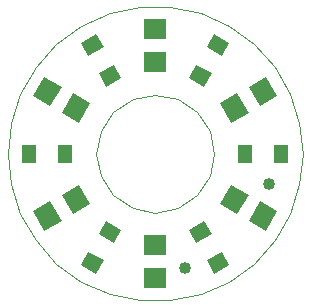
<source format=gts>
G75*
%MOIN*%
%OFA0B0*%
%FSLAX24Y24*%
%IPPOS*%
%LPD*%
%AMOC8*
5,1,8,0,0,1.08239X$1,22.5*
%
%ADD10C,0.0010*%
%ADD11R,0.0512X0.0591*%
%ADD12R,0.0670X0.0749*%
%ADD13R,0.0749X0.0670*%
%ADD14C,0.0400*%
D10*
X001735Y001335D02*
X001045Y002105D01*
X000525Y002995D01*
X000215Y003975D01*
X000105Y004995D01*
X000215Y006015D01*
X000525Y006995D01*
X001045Y007885D01*
X001735Y008655D01*
X002565Y009255D01*
X003505Y009675D01*
X004515Y009885D01*
X005535Y009885D01*
X006545Y009675D01*
X007485Y009255D01*
X008315Y008655D01*
X009005Y007885D01*
X009525Y006995D01*
X009835Y006015D01*
X009945Y004995D01*
X009835Y003975D01*
X009525Y002995D01*
X009005Y002105D01*
X008315Y001335D01*
X007485Y000735D01*
X006545Y000315D01*
X005535Y000105D01*
X004515Y000105D01*
X003505Y000315D01*
X002565Y000735D01*
X001735Y001335D01*
X003635Y003605D02*
X003205Y004245D01*
X003055Y004995D01*
X003205Y005745D01*
X003635Y006385D01*
X004275Y006815D01*
X005025Y006965D01*
X005775Y006815D01*
X006415Y006385D01*
X006845Y005745D01*
X006995Y004995D01*
X006845Y004245D01*
X006415Y003605D01*
X005775Y003175D01*
X005025Y003025D01*
X004275Y003175D01*
X003635Y003605D01*
D11*
G36*
X003137Y002315D02*
X003393Y002758D01*
X003903Y002463D01*
X003647Y002020D01*
X003137Y002315D01*
G37*
G36*
X002547Y001292D02*
X002803Y001735D01*
X003313Y001440D01*
X003057Y000997D01*
X002547Y001292D01*
G37*
X002016Y004995D03*
X000834Y004995D03*
G36*
X003647Y007970D02*
X003903Y007527D01*
X003393Y007232D01*
X003137Y007675D01*
X003647Y007970D01*
G37*
G36*
X003057Y008993D02*
X003313Y008550D01*
X002803Y008255D01*
X002547Y008698D01*
X003057Y008993D01*
G37*
G36*
X006913Y007675D02*
X006657Y007232D01*
X006147Y007527D01*
X006403Y007970D01*
X006913Y007675D01*
G37*
G36*
X007503Y008698D02*
X007247Y008255D01*
X006737Y008550D01*
X006993Y008993D01*
X007503Y008698D01*
G37*
X008034Y004995D03*
X009216Y004995D03*
G36*
X006403Y002020D02*
X006147Y002463D01*
X006657Y002758D01*
X006913Y002315D01*
X006403Y002020D01*
G37*
G36*
X006993Y000997D02*
X006737Y001440D01*
X007247Y001735D01*
X007503Y001292D01*
X006993Y000997D01*
G37*
D12*
G36*
X008723Y002428D02*
X008143Y002763D01*
X008517Y003410D01*
X009097Y003075D01*
X008723Y002428D01*
G37*
G36*
X007768Y002980D02*
X007188Y003315D01*
X007562Y003962D01*
X008142Y003627D01*
X007768Y002980D01*
G37*
G36*
X008142Y006363D02*
X007562Y006028D01*
X007188Y006675D01*
X007768Y007010D01*
X008142Y006363D01*
G37*
G36*
X009097Y006915D02*
X008517Y006580D01*
X008143Y007227D01*
X008723Y007562D01*
X009097Y006915D01*
G37*
G36*
X002282Y007010D02*
X002862Y006675D01*
X002488Y006028D01*
X001908Y006363D01*
X002282Y007010D01*
G37*
G36*
X001327Y007562D02*
X001907Y007227D01*
X001533Y006580D01*
X000953Y006915D01*
X001327Y007562D01*
G37*
G36*
X001908Y003627D02*
X002488Y003962D01*
X002862Y003315D01*
X002282Y002980D01*
X001908Y003627D01*
G37*
G36*
X000953Y003075D02*
X001533Y003410D01*
X001907Y002763D01*
X001327Y002428D01*
X000953Y003075D01*
G37*
D13*
X005025Y001946D03*
X005025Y000844D03*
X005025Y008044D03*
X005025Y009146D03*
D14*
X008825Y003995D03*
X006025Y001195D03*
M02*

</source>
